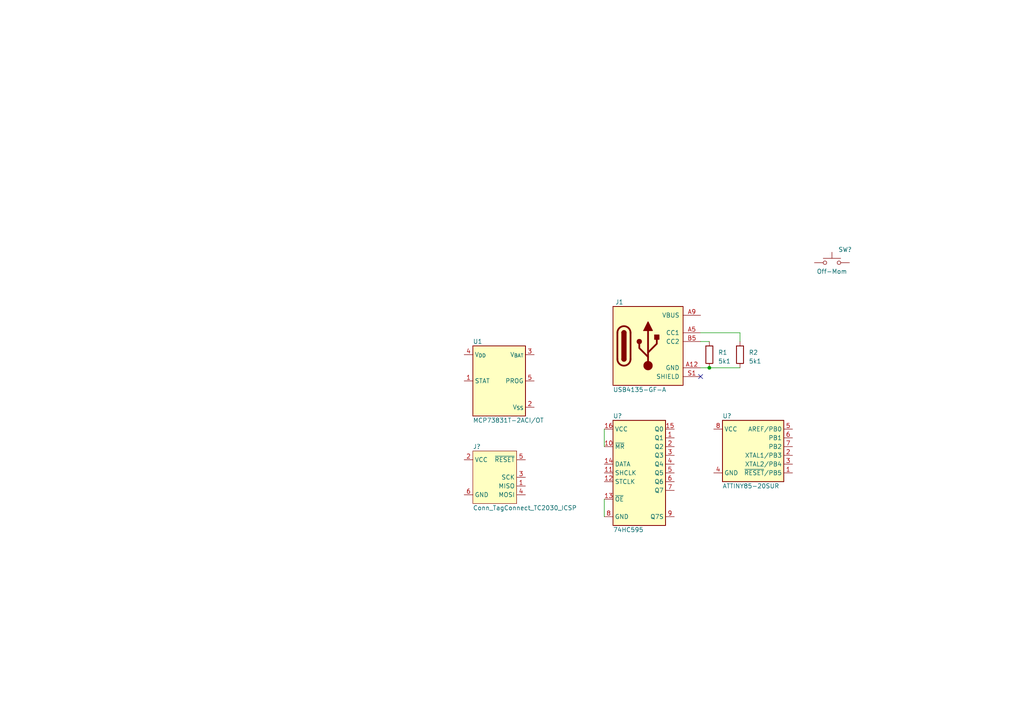
<source format=kicad_sch>
(kicad_sch (version 20231120) (generator "eeschema") (generator_version "8.0")
  (paper "A4")
  (title_block (title "Three Man") (rev "A1") (company "Zkylark Electronics") (comment 1 "contact@zkylark.se") (comment 2 "PoBe"))
  (lib_symbols
    (symbol "Battery_Charger:MCP73831T-2ACI/OT"
      (property "Reference" "U" (at 0 1.27 0))
      (property "Value" "MCP73831T-2ACI/OT" (at 0 -21.59 0))
      (symbol "MCP73831T-2ACI/OT_0_1"
        (rectangle (start 0 0) (end 15.24 -20.32) (stroke (width 0.254)) (fill (type background)))
      )
      (symbol "MCP73831T-2ACI/OT_1_1"
        (pin output line (at -2.54 -10.16 0) (length 2.54) (name "STAT") (number "1"))
        (pin power_in line (at 17.78 -17.78 180) (length 2.54) (name "V_{SS}") (number "2"))
        (pin power_out line (at 17.78 -2.54 180) (length 2.54) (name "V_{BAT}") (number "3"))
        (pin power_in line (at -2.54 -2.54 0) (length 2.54) (name "V_{DD}") (number "4"))
        (pin input line (at 17.78 -10.16 180) (length 2.54) (name "PROG") (number "5"))
      )
    )
    (symbol "Connector:Conn_TagConnect_TC2030_ICSP" (in_bom no)
      (property "Reference" "J" (at 0 1.27 0))
      (property "Value" "Conn_TagConnect_TC2030_ICSP" (at 0 -16.51 0))
      (symbol "Conn_TagConnect_TC2030_ICSP_0_1"
        (rectangle (start 0 0) (end 12.7 -15.24) (fill (type background)))
      )
      (symbol "Conn_TagConnect_TC2030_ICSP_1_0"
        (pin output line (at 15.24 -10.16 180) (length 2.54) (name "MISO") (number "1"))
        (pin power_in line (at -2.54 -2.54 0) (length 2.54) (name "VCC") (number "2"))
        (pin input line (at 15.24 -7.62 180) (length 2.54) (name "SCK") (number "3"))
        (pin input line (at 15.24 -12.7 180) (length 2.54) (name "MOSI") (number "4"))
        (pin open_collector line (at 15.24 -2.54 180) (length 2.54) (name "~{RESET}") (number "5"))
        (pin power_in line (at -2.54 -12.7 0) (length 2.54) (name "GND") (number "6"))
      )
    )
    (symbol "Connector_USB:USB4135-GF-A" (pin_names (offset 1.016))
      (property "Reference" "J" (at 0.635 1.27 0))
      (property "Value" "USB4135-GF-A" (at 0 -24.13 0))
      (symbol "USB4135-GF-A_0_1"
        (polyline (pts (xy 1.27 -15.24) (xy 1.27 -7.62)) (stroke (width 0.508)))
        (polyline (pts (xy 5.08 -7.62) (xy 5.08 -15.24)) (stroke (width 0.508)))
        (polyline (pts (xy 10.16 -17.145) (xy 10.16 -6.985)) (stroke (width 0.508)))
        (polyline (pts (xy 10.16 -14.605) (xy 7.62 -12.065) (xy 7.62 -10.795)) (stroke (width 0.508)))
        (polyline (pts (xy 10.16 -13.335) (xy 12.7 -10.795) (xy 12.7 -9.525)) (stroke (width 0.508)))
        (polyline (pts (xy 8.89 -6.985) (xy 10.16 -4.445) (xy 11.43 -6.985) (xy 8.89 -6.985)) (stroke (width 0.254)) (fill (type outline)))
        (rectangle (start 0 0) (end 20.32 -22.86) (stroke (width 0.254)) (fill (type background)))
        (arc (start 1.27 -15.2483) (mid 3.175 -17.145) (end 5.08 -15.2483) (stroke (width 0.508)))
        (arc (start 2.54 -15.2427) (mid 3.175 -15.875) (end 3.81 -15.2427) (stroke (width 0.254)))
        (arc (start 2.54 -15.2427) (mid 3.175 -15.875) (end 3.81 -15.2427) (stroke (width 0.254)) (fill (type outline)))
        (rectangle (start 2.54 -7.62) (end 3.81 -15.24) (stroke (width 0.254)) (fill (type outline)))
        (arc (start 3.81 -7.6173) (mid 3.175 -6.985) (end 2.54 -7.6173) (stroke (width 0.254)))
        (arc (start 3.81 -7.6173) (mid 3.175 -6.985) (end 2.54 -7.6173) (stroke (width 0.254)) (fill (type outline)))
        (arc (start 5.08 -7.6117) (mid 3.175 -5.715) (end 1.27 -7.6117) (stroke (width 0.508)))
        (circle (center 7.62 -10.16) (radius 0.635) (stroke (width 0.254)) (fill (type outline)))
        (circle (center 10.16 -17.145) (radius 1.27) (fill (type outline)))
        (rectangle (start 12.065 -8.255) (end 13.335 -9.525) (stroke (width 0.254)) (fill (type outline)))
      )
      (symbol "USB4135-GF-A_1_1"
        (pin passive line (at 25.4 -17.78 180) (length 5.08) (name "GND") (number "A12"))
        (pin bidirectional line (at 25.4 -7.62 180) (length 5.08) (name "CC1") (number "A5"))
        (pin passive line (at 25.4 -2.54 180) (length 5.08) (name "VBUS") (number "A9"))
        (pin passive line (at 25.4 -17.78 180) (length 5.08) hide (name "GND") (number "B12"))
        (pin bidirectional line (at 25.4 -10.16 180) (length 5.08) (name "CC2") (number "B5"))
        (pin passive line (at 25.4 -2.54 180) (length 5.08) hide (name "VBUS") (number "B9"))
        (pin passive line (at 25.4 -20.32 180) (length 5.08) (name "SHIELD") (number "S1"))
      )
    )
    (symbol "Interface_ShiftRegister:74HC595PW,118"
      (property "Reference" "U" (at 0 1.27 0))
      (property "Value" "74HC595" (at 0 -31.75 0))
      (symbol "74HC595PW,118_1_0"
        (pin tri_state line (at 17.78 -5.08 180) (length 2.54) (name "Q1") (number "1"))
        (pin input line (at -2.54 -7.62 0) (length 2.54) (name "~{MR}") (number "10"))
        (pin input line (at -2.54 -15.24 0) (length 2.54) (name "SHCLK") (number "11"))
        (pin input line (at -2.54 -17.78 0) (length 2.54) (name "STCLK") (number "12"))
        (pin input line (at -2.54 -22.86 0) (length 2.54) (name "~{OE}") (number "13"))
        (pin input line (at -2.54 -12.7 0) (length 2.54) (name "DATA") (number "14"))
        (pin tri_state line (at 17.78 -2.54 180) (length 2.54) (name "Q0") (number "15"))
        (pin power_in line (at -2.54 -2.54 0) (length 2.54) (name "VCC") (number "16"))
        (pin tri_state line (at 17.78 -7.62 180) (length 2.54) (name "Q2") (number "2"))
        (pin tri_state line (at 17.78 -10.16 180) (length 2.54) (name "Q3") (number "3"))
        (pin tri_state line (at 17.78 -12.7 180) (length 2.54) (name "Q4") (number "4"))
        (pin tri_state line (at 17.78 -15.24 180) (length 2.54) (name "Q5") (number "5"))
        (pin tri_state line (at 17.78 -17.78 180) (length 2.54) (name "Q6") (number "6"))
        (pin tri_state line (at 17.78 -20.32 180) (length 2.54) (name "Q7") (number "7"))
        (pin power_in line (at -2.54 -27.94 0) (length 2.54) (name "GND") (number "8"))
        (pin output line (at 17.78 -27.94 180) (length 2.54) (name "Q7S") (number "9"))
      )
      (symbol "74HC595PW,118_1_1"
        (rectangle (start 0 0) (end 15.24 -30.48) (stroke (width 0.254)) (fill (type background)))
      )
    )
    (symbol "MCU_Microchip_ATtiny:ATTINY85-20SUR"
      (property "Reference" "U" (at 0 1.27 0))
      (property "Value" "ATTINY85-20SUR" (at 0 -19.05 0))
      (symbol "ATTINY85-20SUR_0_1"
        (rectangle (start 0 0) (end 17.78 -17.78) (stroke (width 0.254)) (fill (type background)))
      )
      (symbol "ATTINY85-20SUR_1_1"
        (pin bidirectional line (at 20.32 -15.24 180) (length 2.54) (name "~{RESET}/PB5") (number "1"))
        (pin bidirectional line (at 20.32 -10.16 180) (length 2.54) (name "XTAL1/PB3") (number "2"))
        (pin bidirectional line (at 20.32 -12.7 180) (length 2.54) (name "XTAL2/PB4") (number "3"))
        (pin power_in line (at -2.54 -15.24 0) (length 2.54) (name "GND") (number "4"))
        (pin bidirectional line (at 20.32 -2.54 180) (length 2.54) (name "AREF/PB0") (number "5"))
        (pin bidirectional line (at 20.32 -5.08 180) (length 2.54) (name "PB1") (number "6"))
        (pin bidirectional line (at 20.32 -7.62 180) (length 2.54) (name "PB2") (number "7"))
        (pin power_in line (at -2.54 -2.54 0) (length 2.54) (name "VCC") (number "8"))
      )
    )
    (symbol "Resistor:R_Generic" (pin_numbers hide) (pin_names (offset 0))
      (property "Reference" "R" (at 1.27 1.27 0))
      (property "Value" "R" (at 1.27 -1.27 0))
      (symbol "R_Generic_1_1"
        (rectangle (start -1.016 2.54) (end 1.016 -2.54) (stroke (width 0.254)))
        (pin passive line (at 0 3.81 270) (length 1.27) (name "~") (number "1"))
        (pin passive line (at 0 -3.81 90) (length 1.27) (name "~") (number "2"))
      )
    )
    (symbol "Switch:PTS645SL43SMTR92_LFS" (pin_numbers hide) (pin_names (offset 1.016) hide)
      (property "Reference" "SW" (at 1.27 2.54 0))
      (property "Value" "Off-Mom" (at 0 -1.524 0))
      (symbol "PTS645SL43SMTR92_LFS_0_1"
        (circle (center -2.032 0) (radius 0.508))
        (polyline (pts (xy 0 1.27) (xy 0 3.048)))
        (polyline (pts (xy 2.54 1.27) (xy -2.54 1.27)))
        (circle (center 2.032 0) (radius 0.508))
        (pin passive line (at -5.08 0 0) (length 2.54) (name "1") (number "1"))
        (pin passive line (at 5.08 0 180) (length 2.54) (name "2") (number "2"))
      )
    )
  )
  (junction (at 205.74 106.68))
  (no_connect (at 203.2 109.22))
  (wire (pts (xy 214.63 96.52) (xy 214.63 99.06)))
  (wire (pts (xy 203.2 96.52) (xy 214.63 96.52)))
  (wire (pts (xy 205.74 106.68) (xy 214.63 106.68)))
  (wire (pts (xy 203.2 99.06) (xy 205.74 99.06)))
  (wire (pts (xy 175.26 144.78) (xy 175.26 149.86)))
  (wire (pts (xy 175.26 124.46) (xy 175.26 129.54)))
  (wire (pts (xy 203.2 106.68) (xy 205.74 106.68)))
  (symbol (lib_id "Connector_USB:USB4135-GF-A") (at 177.8 88.9 0) (unit 1)
    (property "Reference" "J1" (at 178.435 87.63 0) (effects (justify left)))
    (property "Value" "USB4135-GF-A" (at 177.8 113.03 0) (effects (justify left)))
    (property "Footprint" "Connector_USB:USB4135-GF-A" (effects (hide yes)))
    (property "Datasheet" "https://github.com/znibb/KiCad-Libraries/blob/main/Datasheet/Connector/USB4135-GF-A-Product_Drawing.pdf" (effects (hide yes)))
    (property "Manufacturer" "GCT" (effects (hide yes)))
    (property "DK_PartNo" "2073-USB4135-GF-A-ACT-ND" (effects (hide yes)))
  )
  (symbol (lib_id "Battery_Charger:MCP73831T-2ACI/OT") (at 137.16 100.33 0) (unit 1)
    (property "Reference" "U1" (at 137.16 99.06 0) (effects (justify left)))
    (property "Value" "MCP73831T-2ACI/OT" (at 137.16 121.92 0) (effects (justify left)))
    (property "Footprint" "Package_TO_SOT_SMD:SOT-23-5" (effects (hide yes)))
    (property "Datasheet" "https://github.com/znibb/KiCad-Libraries/blob/main/Datasheets/Battery_Chargers/MCP73831-DS20001984H.pdf" (effects (hide yes)))
    (property "Manufacturer" "Microchip Technology" (effects (hide yes)))
    (property "DK_PartNo" "MCP73831T-2ACI/OTCT-ND" (effects (hide yes)))
  )
  (symbol (lib_id "Resistor:R_Generic") (at 205.74 102.87 0) (unit 1)
    (property "Reference" "R1" (at 208.28 102.235 0) (effects (justify left)))
    (property "Value" "5k1" (at 208.28 104.775 0) (effects (justify left)))
    (property "Tolerance" "5%" (effects (hide yes)))
  )
  (symbol (lib_id "Switch:PTS645SL43SMTR92_LFS") (at 241.3 76.2 0) (unit 1)
    (property "Reference" "SW?" (at 245.11 72.39 0))
    (property "Value" "Off-Mom" (at 241.3 78.74 0))
    (property "Footprint" "Button_Switch_SMD:SW_SPST_PTS645" (effects (hide yes)))
    (property "Datasheet" "https://github.com/znibb/KiCad-Libraries/blob/main/Datasheet/Button_Switch_SMD/PTS645-Datasheet.pdf" (effects (hide yes)))
    (property "Manufacturer" "C&K" (effects (hide yes)))
    (property "DK_PartNo" "CKN10821CT-ND" (effects (hide yes)))
  )
  (symbol (lib_id "Interface_ShiftRegister:74HC595PW,118") (at 177.8 121.92 0) (unit 1)
    (property "Reference" "U?" (at 177.8 120.65 0) (effects (justify left)))
    (property "Value" "74HC595" (at 177.8 153.67 0) (effects (justify left)))
    (property "Footprint" "Package_SO:TSSOP-16_4.4x5mm_P0.65mm" (effects (hide yes)))
    (property "Datasheet" "https://github.com/znibb/KiCad-Libraries/blob/main/Datasheet/Interface_ShiftRegister/74HC595-Datasheet.pdf" (effects (hide yes)))
    (property "Manufacturer" "Nexperia USA Inc." (effects (hide yes)))
    (property "DK_PartNo" "1727-3068-1-ND" (effects (hide yes)))
  )
  (symbol (lib_id "MCU_Microchip_ATtiny:ATTINY85-20SUR") (at 209.55 121.92 0) (unit 1)
    (property "Reference" "U?" (at 209.55 120.65 0) (effects (justify left)))
    (property "Value" "ATTINY85-20SUR" (at 209.55 140.97 0) (effects (justify left)))
    (property "Footprint" "Package_SO:SOIC-8_5.3x5.3mm_P1.27mm" (effects (hide yes)))
    (property "Datasheet" "https://github.com/znibb/KiCad-Libraries/blob/main/Datasheet/MCU_Microchip_ATtiny/ATtiny25-45-85-Datasheet.pdf" (effects (hide yes)))
    (property "Manufacturer" "Microchip Technology" (effects (hide yes)))
    (property "DK_PartNo" "ATTINY85-20SURCT-ND" (effects (hide yes)))
  )
  (symbol (lib_id "Connector:Conn_TagConnect_TC2030_ICSP") (at 137.16 130.81 0) (unit 1) (in_bom no)
    (property "Reference" "J?" (at 137.16 129.54 0) (effects (justify left)))
    (property "Value" "Conn_TagConnect_TC2030_ICSP" (at 137.16 147.32 0) (effects (justify left)))
    (property "Footprint" "Connector:Tag-Connect_TC2030-IDC-FP_2x03_P1.27mm_Vertical" (effects (hide yes)))
    (property "Datasheet" "https://github.com/znibb/KiCad-Libraries/blob/main/Datasheet/Connector/TC2030-CTX_1-Datasheet.pdf" (effects (hide yes)))
    (property "Drawing" "https://github.com/znibb/KiCad-Libraries/blob/main/Datasheet/Connector/TC2030-IDC-FP-Drawing.pdf" (effects (hide yes)))
  )
  (symbol (lib_id "Resistor:R_Generic") (at 214.63 102.87 0) (unit 1)
    (property "Reference" "R2" (at 217.17 102.235 0) (effects (justify left)))
    (property "Value" "5k1" (at 217.17 104.775 0) (effects (justify left)))
    (property "Tolerance" "5%" (effects (hide yes)))
  )
)
</source>
